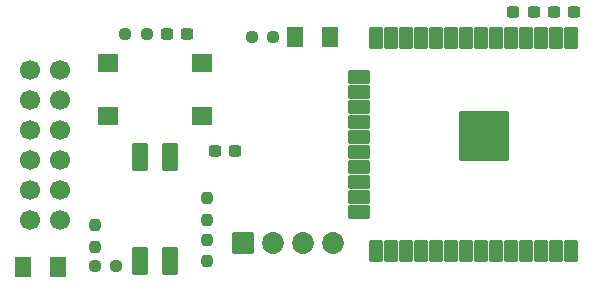
<source format=gbr>
%TF.GenerationSoftware,KiCad,Pcbnew,8.0.5*%
%TF.CreationDate,2024-11-24T20:06:06+03:00*%
%TF.ProjectId,pmod_esp32,706d6f64-5f65-4737-9033-322e6b696361,0.1*%
%TF.SameCoordinates,Original*%
%TF.FileFunction,Soldermask,Top*%
%TF.FilePolarity,Negative*%
%FSLAX46Y46*%
G04 Gerber Fmt 4.6, Leading zero omitted, Abs format (unit mm)*
G04 Created by KiCad (PCBNEW 8.0.5) date 2024-11-24 20:06:06*
%MOMM*%
%LPD*%
G01*
G04 APERTURE LIST*
G04 Aperture macros list*
%AMRoundRect*
0 Rectangle with rounded corners*
0 $1 Rounding radius*
0 $2 $3 $4 $5 $6 $7 $8 $9 X,Y pos of 4 corners*
0 Add a 4 corners polygon primitive as box body*
4,1,4,$2,$3,$4,$5,$6,$7,$8,$9,$2,$3,0*
0 Add four circle primitives for the rounded corners*
1,1,$1+$1,$2,$3*
1,1,$1+$1,$4,$5*
1,1,$1+$1,$6,$7*
1,1,$1+$1,$8,$9*
0 Add four rect primitives between the rounded corners*
20,1,$1+$1,$2,$3,$4,$5,0*
20,1,$1+$1,$4,$5,$6,$7,0*
20,1,$1+$1,$6,$7,$8,$9,0*
20,1,$1+$1,$8,$9,$2,$3,0*%
G04 Aperture macros list end*
%ADD10C,1.695000*%
%ADD11RoundRect,0.237500X0.237500X-0.250000X0.237500X0.250000X-0.237500X0.250000X-0.237500X-0.250000X0*%
%ADD12RoundRect,0.237500X0.250000X0.237500X-0.250000X0.237500X-0.250000X-0.237500X0.250000X-0.237500X0*%
%ADD13RoundRect,0.237500X-0.237500X0.250000X-0.237500X-0.250000X0.237500X-0.250000X0.237500X0.250000X0*%
%ADD14RoundRect,0.237500X0.300000X0.237500X-0.300000X0.237500X-0.300000X-0.237500X0.300000X-0.237500X0*%
%ADD15RoundRect,0.121440X-0.430560X0.830560X-0.430560X-0.830560X0.430560X-0.830560X0.430560X0.830560X0*%
%ADD16RoundRect,0.102000X-2.000000X2.000000X-2.000000X-2.000000X2.000000X-2.000000X2.000000X2.000000X0*%
%ADD17RoundRect,0.121440X-0.830560X0.430560X-0.830560X-0.430560X0.830560X-0.430560X0.830560X0.430560X0*%
%ADD18RoundRect,0.237500X-0.300000X-0.237500X0.300000X-0.237500X0.300000X0.237500X-0.300000X0.237500X0*%
%ADD19RoundRect,0.250001X-0.462499X-0.624999X0.462499X-0.624999X0.462499X0.624999X-0.462499X0.624999X0*%
%ADD20RoundRect,0.102000X-0.825000X-0.825000X0.825000X-0.825000X0.825000X0.825000X-0.825000X0.825000X0*%
%ADD21C,1.854000*%
%ADD22RoundRect,0.102000X-0.550000X-1.100000X0.550000X-1.100000X0.550000X1.100000X-0.550000X1.100000X0*%
%ADD23RoundRect,0.102000X-0.775000X-0.650000X0.775000X-0.650000X0.775000X0.650000X-0.775000X0.650000X0*%
G04 APERTURE END LIST*
D10*
%TO.C,J2*%
X194696000Y-40900000D03*
X194696000Y-43440000D03*
X194696000Y-45980000D03*
X194696000Y-48520000D03*
X194696000Y-51060000D03*
X194696000Y-53600000D03*
X192156000Y-40900000D03*
X192156000Y-43440000D03*
X192156000Y-45980000D03*
X192156000Y-48520000D03*
X192156000Y-51060000D03*
X192156000Y-53600000D03*
%TD*%
D11*
%TO.C,R7*%
X197700000Y-55912500D03*
X197700000Y-54087500D03*
%TD*%
D12*
%TO.C,R6*%
X199512500Y-57550000D03*
X197687500Y-57550000D03*
%TD*%
D11*
%TO.C,R5*%
X207200000Y-53612500D03*
X207200000Y-51787500D03*
%TD*%
D13*
%TO.C,R4*%
X207200000Y-55287500D03*
X207200000Y-57112500D03*
%TD*%
D14*
%TO.C,C4*%
X207837500Y-47750000D03*
X209562500Y-47750000D03*
%TD*%
%TO.C,C3*%
X203787500Y-37900000D03*
X205512500Y-37900000D03*
%TD*%
D15*
%TO.C,U1*%
X238032500Y-38220000D03*
D16*
X230622500Y-46520000D03*
D15*
X236762500Y-38220000D03*
X235492500Y-38220000D03*
X234222500Y-38220000D03*
X232952500Y-38220000D03*
X231682500Y-38220000D03*
X230412500Y-38220000D03*
X229142500Y-38220000D03*
X227872500Y-38220000D03*
X226602500Y-38220000D03*
X225332500Y-38220000D03*
X224062500Y-38220000D03*
X222792500Y-38220000D03*
X221522500Y-38220000D03*
D17*
X220022500Y-41505000D03*
X220022500Y-42775000D03*
X220022500Y-44045000D03*
X220022500Y-45315000D03*
X220022500Y-46585000D03*
X220022500Y-47855000D03*
X220022500Y-49125000D03*
X220022500Y-50395000D03*
X220022500Y-51665000D03*
X220022500Y-52935000D03*
D15*
X221522500Y-56220000D03*
X222792500Y-56220000D03*
X224062500Y-56220000D03*
X225332500Y-56220000D03*
X226602500Y-56220000D03*
X227872500Y-56220000D03*
X229142500Y-56220000D03*
X230412500Y-56220000D03*
X231682500Y-56220000D03*
X232952500Y-56220000D03*
X234222500Y-56220000D03*
X235492500Y-56220000D03*
X236762500Y-56220000D03*
X238032500Y-56220000D03*
%TD*%
D12*
%TO.C,R3*%
X202062500Y-37900000D03*
X200237500Y-37900000D03*
%TD*%
D18*
%TO.C,C2*%
X233125000Y-36050000D03*
X234850000Y-36050000D03*
%TD*%
D14*
%TO.C,C1*%
X238262500Y-36050000D03*
X236537500Y-36050000D03*
%TD*%
D19*
%TO.C,LD1*%
X191562500Y-57600000D03*
X194537500Y-57600000D03*
%TD*%
D20*
%TO.C,J1*%
X210190000Y-55600000D03*
D21*
X212730000Y-55600000D03*
X215270000Y-55600000D03*
X217810000Y-55600000D03*
%TD*%
D12*
%TO.C,R1*%
X212775000Y-38150000D03*
X210950000Y-38150000D03*
%TD*%
D22*
%TO.C,S2*%
X204020000Y-48300000D03*
X201480000Y-48300000D03*
X204020000Y-57100000D03*
X201480000Y-57100000D03*
%TD*%
D19*
%TO.C,LD0*%
X214612500Y-38150000D03*
X217587500Y-38150000D03*
%TD*%
D23*
%TO.C,S1*%
X198775000Y-40350000D03*
X198775000Y-44850000D03*
X206725000Y-40350000D03*
X206725000Y-44850000D03*
%TD*%
M02*

</source>
